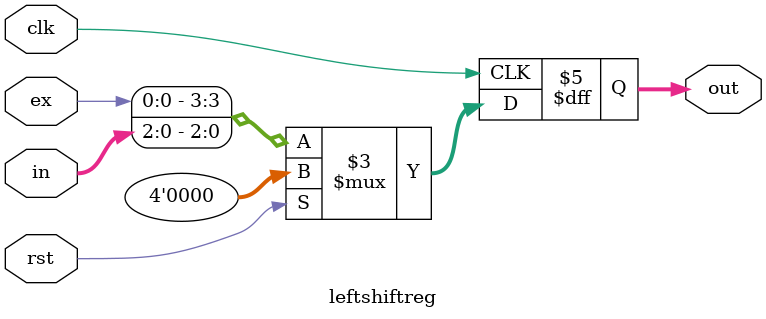
<source format=v>
module leftshiftreg (in,clk,rst,ex,out);

input wire [3:0] in;
input wire clk;
input wire rst;
input wire ex;

output reg  [3:0] out;

always @(posedge clk) begin
    if(rst)

    out=4'b0000;

    else begin

    out ={ex,in [2:0]};


    end
    
end
    
 endmodule
</source>
